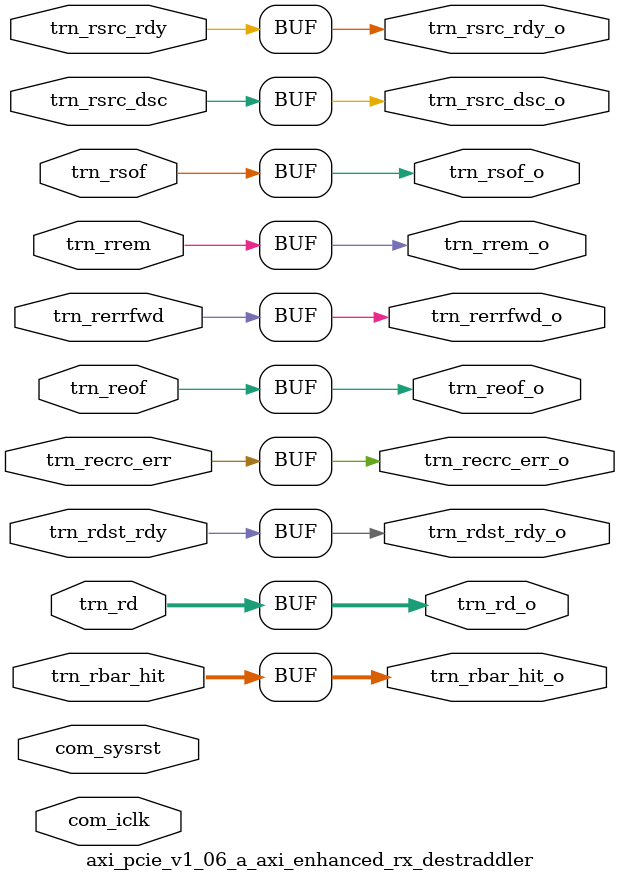
<source format=v>
`timescale 1ps/1ps

module axi_pcie_v1_06_a_axi_enhanced_rx_destraddler #(
  parameter C_DATA_WIDTH = 32,                          // RX/TX interface data width
  parameter C_FAMILY = "X7",                            // Targeted FPGA family
  parameter TCQ = 1,                                    // Clock to Q time

  // Do not override parameters below this line
  parameter REM_WIDTH  = (C_DATA_WIDTH == 128) ? 2 : 1, // trem/rrem width
  parameter RBAR_WIDTH = (C_FAMILY == "X7") ? 8 : 7,    // trn_rbar_hit width
  parameter STRB_WIDTH = C_DATA_WIDTH / 8               // TSTRB width
  ) (

  //---------------------------------------------------------------------------
  // TRN RX
  //---------------------------------------------------------------------------
  input      [C_DATA_WIDTH-1:0] trn_rd,                 // RX data from block
  input                         trn_rsof,               // RX start of packet
  input                         trn_reof,               // RX end of packet
  input                         trn_rsrc_rdy,           // RX source ready
  output                        trn_rdst_rdy_o,         // RX destination ready
  input                         trn_rsrc_dsc,           // RX source discontinue
  input         [REM_WIDTH-1:0] trn_rrem,               // RX remainder
  input                         trn_rerrfwd,            // RX error forward
  input        [RBAR_WIDTH-1:0] trn_rbar_hit,           // RX BAR hit
  input                         trn_recrc_err,          // RX ECRC error

  //--------------------------------------------------------------------------
  //TRN Realigned outputs to the RX data pipeline and Null Generator
  //--------------------------------------------------------------------------

  output  reg [C_DATA_WIDTH-1:0]trn_rd_o,               // Realigned data output
  output  reg                   trn_rsof_o,             // Realigned start of Frame
  output  reg                   trn_reof_o,             // Realigned End of Frame
  output  reg                   trn_rsrc_rdy_o,         // Realigned Source ready
  input                         trn_rdst_rdy,           // Destination ready from user
  output  reg                   trn_rsrc_dsc_o,         // Discontinue realigned
  output  reg   [REM_WIDTH-1:0] trn_rrem_o,             // RREM realigned
  output  reg                   trn_rerrfwd_o,          // rerrfwd realigned
  output  reg  [RBAR_WIDTH-1:0] trn_rbar_hit_o,         // RBAR hit realigned
  output  reg                   trn_recrc_err_o,        // ECRC error realigned

  //---------------------------------------------------------------------------
  // System
  //---------------------------------------------------------------------------

  input                         com_iclk,               // user clock from block
  input                         com_sysrst              // user reset from block

);

generate
// C_DATA_WIDTH == 128
if(C_DATA_WIDTH == 128) begin : data_width_128

  localparam               IDLE             = 2'b00;
  localparam               PROCESS_TLP_BEAT = 2'b01;
  localparam               THROTTLE_TLP     = 2'b10;

  reg [1:0]                state;
  reg                      local_throttle;
  // internal storage
  reg [C_DATA_WIDTH/2-1:0] trn_rd_d;
  reg                      trn_rsof_d;
  reg                      trn_reof_d;
  reg                      trn_rsrc_rdy_d;
  reg                      trn_rsrc_dsc_d;
  reg    [REM_WIDTH-1:0]   trn_rrem_d;
  reg                      trn_rerrfwd_d;
  reg   [RBAR_WIDTH-1:0]   trn_rbar_hit_d;
  reg                      trn_recrc_err_d;

  assign trn_rdst_rdy_o = trn_rdst_rdy && !local_throttle;

  // Internal buffer to store TRN signals
  always@(posedge com_iclk) begin
    if(com_sysrst) begin
      trn_rd_d            <= #TCQ {C_DATA_WIDTH/2{1'b0}};
      trn_rsof_d          <= #TCQ 1'b0;
      trn_reof_d          <= #TCQ 1'b0;
      trn_rsrc_rdy_d      <= #TCQ 1'b0;
      trn_rsrc_dsc_d      <= #TCQ 1'b0;
      trn_rrem_d          <= #TCQ {REM_WIDTH{1'b0}};
      trn_rerrfwd_d       <= #TCQ 1'b0;
      trn_rbar_hit_d      <= #TCQ {RBAR_WIDTH{1'b0}};
      trn_recrc_err_d     <= #TCQ 1'b0;
    end
    else begin
      // Enable signal for registers
      if(trn_rdst_rdy) begin
        trn_rd_d          <= #TCQ trn_rd[63:0];
        trn_rsof_d        <= #TCQ trn_rsof;
        trn_reof_d        <= #TCQ trn_reof;
        trn_rsrc_rdy_d    <= #TCQ trn_rsrc_rdy;
        trn_rsrc_dsc_d    <= #TCQ trn_rsrc_dsc;
        trn_rrem_d        <= #TCQ trn_rrem;
        trn_rerrfwd_d     <= #TCQ trn_rerrfwd;
        trn_rbar_hit_d    <= #TCQ trn_rbar_hit;
        trn_recrc_err_d   <= #TCQ trn_recrc_err;
      end
    end
  end

  // Output driver logic based on StateMachine state values and TRN inputs
  always@(trn_rd,trn_rsof,trn_reof,trn_rrem,trn_rsrc_dsc,trn_rsrc_rdy,trn_rdst_rdy,
          trn_recrc_err,trn_rerrfwd,trn_rbar_hit,state,local_throttle,com_sysrst) begin
    if(com_sysrst) begin
      trn_rd_o            <= {C_DATA_WIDTH{1'b0}};
      trn_rsof_o          <= 1'b0;
      trn_reof_o          <= 1'b0;
      trn_rsrc_rdy_o      <= 1'b0;
      trn_rsrc_dsc_o      <= 1'b0;
      trn_rrem_o          <= {REM_WIDTH{1'b0}};
      trn_rerrfwd_o       <= 1'b0;
      trn_rbar_hit_o      <= {RBAR_WIDTH{1'b0}};
      trn_recrc_err_o     <= 1'b0;
    end
    else begin
      case(state)
      IDLE : begin
               if(trn_rsof && !trn_rrem[1] && !trn_reof && trn_rdst_rdy && trn_rsrc_rdy) begin // Unaligned TLP
                 // Create a void i.e. Pass default '0' values to all outputs
                 trn_rd_o            <= {C_DATA_WIDTH{1'b0}};
                 trn_rsof_o          <= 1'b0;
                 trn_reof_o          <= 1'b0;
                 trn_rsrc_rdy_o      <= 1'b0;
                 trn_rsrc_dsc_o      <= 1'b0;
                 trn_rrem_o          <= {REM_WIDTH{1'b0}};
                 trn_rerrfwd_o       <= 1'b0;
                 trn_rbar_hit_o      <= {RBAR_WIDTH{1'b0}};
                 trn_recrc_err_o     <= 1'b0;
               end
               else if(trn_rsof && trn_reof && !trn_rrem[1] && trn_rdst_rdy && trn_rsrc_rdy) begin // straddled Beat
                 // Pass only EOF
                 trn_rd_o            <= {trn_rd[127:64],64'b0};
                 trn_rsof_o          <= 1'b0;
                 trn_reof_o          <= trn_reof;
                 trn_rsrc_rdy_o      <= trn_rsrc_rdy;
                 trn_rsrc_dsc_o      <= trn_rsrc_dsc;
                 trn_rrem_o          <= {1'b0,trn_rrem[0]};
                 trn_rerrfwd_o       <= trn_rerrfwd_d;   // Old value
                 trn_rbar_hit_o      <= trn_rbar_hit_d;  // Old value
                 trn_recrc_err_o     <= trn_recrc_err;   // New value is used
  
               end
               else begin // Default
                 trn_rd_o            <= trn_rd;
                 trn_rsof_o          <= trn_rsof;
                 trn_reof_o          <= trn_reof;
                 trn_rsrc_rdy_o      <= trn_rsrc_rdy;
                 trn_rsrc_dsc_o      <= trn_rsrc_dsc;
                 trn_rrem_o          <= trn_rrem;
                 trn_rerrfwd_o       <= trn_rerrfwd;
                 trn_rbar_hit_o      <= trn_rbar_hit;
                 trn_recrc_err_o     <= trn_recrc_err;
               end
             end
      PROCESS_TLP_BEAT : begin
               // eof in [127:64] only and no straddled beat
               if (trn_reof && !trn_rsof && !trn_rrem[1] && trn_rdst_rdy && trn_rsrc_rdy) begin
                 // adjust stored values with the live ones
                 trn_rd_o            <= {trn_rd_d,trn_rd[127:64]};
                 trn_rsof_o          <= trn_rsof_d;
                 trn_reof_o          <= trn_reof;
                 trn_rsrc_rdy_o      <= trn_rsrc_rdy;
                 trn_rsrc_dsc_o      <= trn_rsrc_dsc;
                 trn_rrem_o          <= {1'b1,trn_rrem[0]}; // Can be D0 D1 D2 -- or D0 D1 D2 D3 or H0 H1 H2 H3(D0/--)
                 trn_rerrfwd_o       <= trn_rerrfwd_d;
                 trn_rbar_hit_o      <= trn_rbar_hit_d;
                 trn_recrc_err_o     <= trn_recrc_err;
               end
               // Straddled beat
               // adjust stored values with the live ones. previous TLP ends here 
               else if(trn_reof && trn_rsof && trn_rdst_rdy && trn_rsrc_rdy) begin
                 trn_rd_o            <= {trn_rd_d,trn_rd[127:64]};
                 trn_rsof_o          <= trn_rsof_d;  // Old value
                 trn_reof_o          <= trn_reof;
                 trn_rsrc_rdy_o      <= trn_rsrc_rdy;
                 trn_rsrc_dsc_o      <= trn_rsrc_dsc;
                 trn_rrem_o          <= {1'b1,trn_rrem[0]}; // Can be D2 D1 D0 -- or D3 D3 D1 D0
                 trn_rerrfwd_o       <= trn_rerrfwd_d;
                 trn_rbar_hit_o      <= trn_rbar_hit_d;
                 trn_recrc_err_o     <= trn_recrc_err;
               end
               // eof beat having more than 2DW
               else if(trn_reof && trn_rdst_rdy && trn_rsrc_rdy) begin
                 // Pass {stored, live}
                 trn_rd_o            <= {trn_rd_d,trn_rd[127:64]};
                 trn_rsof_o          <= trn_rsof_d;
                 trn_reof_o          <= 1'b0;
                 trn_rsrc_rdy_o      <= trn_rsrc_rdy_d;
                 trn_rsrc_dsc_o      <= trn_rsrc_dsc;
                 trn_rrem_o          <= {REM_WIDTH{1'b1}};
                 trn_rerrfwd_o       <= trn_rerrfwd_d;
                 trn_rbar_hit_o      <= trn_rbar_hit_d;
                 trn_recrc_err_o     <= trn_recrc_err_d;
               end
               // Mid-Packet transfer
               else begin
                 // Pass {stored, live}
                 trn_rd_o            <= {trn_rd_d,trn_rd[127:64]};
                 trn_rsof_o          <= trn_rsof_d;
                 trn_reof_o          <= trn_reof;
                 trn_rsrc_rdy_o      <= trn_rsrc_rdy_d;
                 trn_rsrc_dsc_o      <= trn_rsrc_dsc;
                 trn_rrem_o          <= {REM_WIDTH{1'b1}};
                 trn_rerrfwd_o       <= trn_rerrfwd_d;
                 trn_rbar_hit_o      <= trn_rbar_hit_d;
                 trn_recrc_err_o     <= trn_recrc_err;
               end
             end
      default : begin
               // Throttle PCIe interface (will be for 1 cycle only)
               // Use stored values only in this state
               trn_rd_o              <= {trn_rd_d,64'b0};
               trn_rsof_o            <= trn_rsof_d;
               trn_reof_o            <= trn_reof_d;
               trn_rsrc_rdy_o        <= trn_rsrc_rdy_d;
               trn_rsrc_dsc_o        <= trn_rsrc_dsc_d;
               trn_rrem_o            <= {1'b0,trn_rrem_d[0]}; // Can be D1 D0 -- -- or D0 -- -- --
               trn_rerrfwd_o         <= trn_rerrfwd_d;
               trn_rbar_hit_o        <= trn_rbar_hit_d;
               trn_recrc_err_o       <= trn_recrc_err_d;
             end
      endcase
    end
  end

  // State Machine to re-align TLPs
  always @(posedge com_iclk) begin
    if(com_sysrst || trn_rsrc_dsc) begin
      state <= #TCQ IDLE;
      local_throttle <= #TCQ 1'b0;
    end
    else begin
      case(state)
      IDLE: begin
              // Unaligned TLP start or Straddle Beat
              if(((trn_rsof && !trn_reof) || (trn_rsof && trn_reof )) && !trn_rrem[1] && trn_rdst_rdy && trn_rsrc_rdy) begin
                state <= #TCQ PROCESS_TLP_BEAT;
              end
              local_throttle <= #TCQ 1'b0;
            end
      PROCESS_TLP_BEAT: begin
              // Wait for eof only
              if (trn_reof && !trn_rsof && trn_rdst_rdy && trn_rsrc_rdy) begin
                // eof in [128:64] only
                if(!trn_rrem[1]) begin
                  state <= #TCQ IDLE;
                  local_throttle <= #TCQ 1'b0;
                end
                // eof in [128:0]
                else begin
                  state <= #TCQ THROTTLE_TLP;
                  local_throttle <= #TCQ 1'b1;
                end
              end
            end
      default : begin
              if(trn_rdst_rdy) begin
                state  <= #TCQ IDLE;
                local_throttle <= #TCQ 1'b0;
              end
            end
      endcase
    end
  end

end // data_width_128
// C_DATA_WIDTH == 32 or C_DATA_WIDTH == 64
else begin: data_width_32_64
  // Direct mapping of inputs to outputs
  always@(*) begin
      trn_rd_o            <= trn_rd;
      trn_rsof_o          <= trn_rsof;
      trn_reof_o          <= trn_reof;
      trn_rsrc_rdy_o      <= trn_rsrc_rdy;
      trn_rsrc_dsc_o      <= trn_rsrc_dsc;
      trn_rrem_o          <= trn_rrem;
      trn_rerrfwd_o       <= trn_rerrfwd;
      trn_rbar_hit_o      <= trn_rbar_hit;
      trn_recrc_err_o     <= trn_recrc_err;
  end
  assign trn_rdst_rdy_o = trn_rdst_rdy;
end // data_width_32_64

endgenerate

endmodule

</source>
